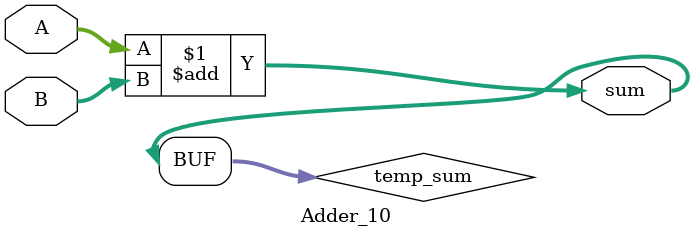
<source format=sv>
module Adder_10(
    input [3:0] A,
    input [3:0] B,
    output [4:0] sum
);
    wire [4:0] temp_sum;
    assign temp_sum = A + B;
    assign sum = temp_sum;
endmodule

</source>
